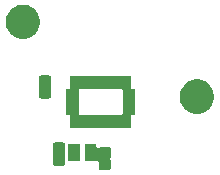
<source format=gbr>
G04 #@! TF.GenerationSoftware,KiCad,Pcbnew,5.0.1-33cea8e~67~ubuntu16.04.1*
G04 #@! TF.CreationDate,2018-10-18T10:52:16-04:00*
G04 #@! TF.ProjectId,IMU Breakout,494D5520427265616B6F75742E6B6963,rev?*
G04 #@! TF.SameCoordinates,Original*
G04 #@! TF.FileFunction,Soldermask,Bot*
G04 #@! TF.FilePolarity,Negative*
%FSLAX46Y46*%
G04 Gerber Fmt 4.6, Leading zero omitted, Abs format (unit mm)*
G04 Created by KiCad (PCBNEW 5.0.1-33cea8e~67~ubuntu16.04.1) date Thu 18 Oct 2018 10:52:16 AM EDT*
%MOMM*%
%LPD*%
G01*
G04 APERTURE LIST*
%ADD10C,0.100000*%
G04 APERTURE END LIST*
D10*
G36*
X9644000Y-13801264D02*
X9646402Y-13825650D01*
X9653515Y-13849099D01*
X9665066Y-13870710D01*
X9680612Y-13889652D01*
X9699554Y-13905198D01*
X9721165Y-13916749D01*
X9744614Y-13923862D01*
X9769000Y-13926264D01*
X9793386Y-13923862D01*
X9816835Y-13916749D01*
X9838446Y-13905198D01*
X9865626Y-13880564D01*
X9874613Y-13869613D01*
X9902559Y-13846678D01*
X9934432Y-13829642D01*
X9969026Y-13819148D01*
X10011141Y-13815000D01*
X10668859Y-13815000D01*
X10710974Y-13819148D01*
X10745568Y-13829642D01*
X10777441Y-13846678D01*
X10805387Y-13869613D01*
X10828322Y-13897559D01*
X10845358Y-13929432D01*
X10855852Y-13964026D01*
X10860000Y-14006141D01*
X10860000Y-14613859D01*
X10855852Y-14655974D01*
X10845358Y-14690568D01*
X10824213Y-14730128D01*
X10820243Y-14736069D01*
X10810864Y-14758708D01*
X10806083Y-14782741D01*
X10806081Y-14807245D01*
X10810860Y-14831279D01*
X10820237Y-14853918D01*
X10824205Y-14859858D01*
X10845358Y-14899432D01*
X10855852Y-14934026D01*
X10860000Y-14976141D01*
X10860000Y-15583859D01*
X10855852Y-15625974D01*
X10845358Y-15660568D01*
X10828322Y-15692441D01*
X10805387Y-15720387D01*
X10777441Y-15743322D01*
X10745568Y-15760358D01*
X10710974Y-15770852D01*
X10668859Y-15775000D01*
X10011141Y-15775000D01*
X9969026Y-15770852D01*
X9934432Y-15760358D01*
X9902559Y-15743322D01*
X9874613Y-15720387D01*
X9851678Y-15692441D01*
X9834642Y-15660568D01*
X9824148Y-15625974D01*
X9820000Y-15583859D01*
X9820000Y-15141000D01*
X9817598Y-15116614D01*
X9810485Y-15093165D01*
X9798934Y-15071554D01*
X9783388Y-15052612D01*
X9764446Y-15037066D01*
X9742835Y-15025515D01*
X9719386Y-15018402D01*
X9695000Y-15016000D01*
X8644000Y-15016000D01*
X8644000Y-13516000D01*
X9644000Y-13516000D01*
X9644000Y-13801264D01*
X9644000Y-13801264D01*
G37*
G36*
X6840974Y-13424148D02*
X6875568Y-13434642D01*
X6907441Y-13451678D01*
X6935387Y-13474613D01*
X6958322Y-13502559D01*
X6975358Y-13534432D01*
X6985852Y-13569026D01*
X6990000Y-13611141D01*
X6990000Y-14218859D01*
X6985852Y-14260974D01*
X6975358Y-14295568D01*
X6954213Y-14335128D01*
X6950243Y-14341069D01*
X6940864Y-14363708D01*
X6936083Y-14387741D01*
X6936081Y-14412245D01*
X6940860Y-14436279D01*
X6950237Y-14458918D01*
X6954205Y-14464858D01*
X6975358Y-14504432D01*
X6985852Y-14539026D01*
X6990000Y-14581141D01*
X6990000Y-15188859D01*
X6985852Y-15230974D01*
X6975358Y-15265568D01*
X6958322Y-15297441D01*
X6935387Y-15325387D01*
X6907441Y-15348322D01*
X6875568Y-15365358D01*
X6840974Y-15375852D01*
X6798859Y-15380000D01*
X6141141Y-15380000D01*
X6099026Y-15375852D01*
X6064432Y-15365358D01*
X6032559Y-15348322D01*
X6004613Y-15325387D01*
X5981678Y-15297441D01*
X5964642Y-15265568D01*
X5954148Y-15230974D01*
X5950000Y-15188859D01*
X5950000Y-14581141D01*
X5954148Y-14539026D01*
X5964642Y-14504432D01*
X5985787Y-14464872D01*
X5989757Y-14458931D01*
X5999136Y-14436292D01*
X6003917Y-14412259D01*
X6003919Y-14387755D01*
X5999140Y-14363721D01*
X5989763Y-14341082D01*
X5985795Y-14335142D01*
X5964642Y-14295568D01*
X5954148Y-14260974D01*
X5950000Y-14218859D01*
X5950000Y-13611141D01*
X5954148Y-13569026D01*
X5964642Y-13534432D01*
X5981678Y-13502559D01*
X6004613Y-13474613D01*
X6032559Y-13451678D01*
X6064432Y-13434642D01*
X6099026Y-13424148D01*
X6141141Y-13420000D01*
X6798859Y-13420000D01*
X6840974Y-13424148D01*
X6840974Y-13424148D01*
G37*
G36*
X8244000Y-15016000D02*
X7244000Y-15016000D01*
X7244000Y-13516000D01*
X8244000Y-13516000D01*
X8244000Y-15016000D01*
X8244000Y-15016000D01*
G37*
G36*
X12577000Y-8798000D02*
X12579402Y-8822386D01*
X12586515Y-8845835D01*
X12598066Y-8867446D01*
X12613612Y-8886388D01*
X12632554Y-8901934D01*
X12654165Y-8913485D01*
X12677614Y-8920598D01*
X12702000Y-8923000D01*
X12925000Y-8923000D01*
X12925000Y-11077000D01*
X12702000Y-11077000D01*
X12677614Y-11079402D01*
X12654165Y-11086515D01*
X12632554Y-11098066D01*
X12613612Y-11113612D01*
X12598066Y-11132554D01*
X12586515Y-11154165D01*
X12579402Y-11177614D01*
X12577000Y-11202000D01*
X12577000Y-12200000D01*
X7423000Y-12200000D01*
X7423000Y-11202000D01*
X7420598Y-11177614D01*
X7413485Y-11154165D01*
X7401934Y-11132554D01*
X7386388Y-11113612D01*
X7367446Y-11098066D01*
X7345835Y-11086515D01*
X7322386Y-11079402D01*
X7298000Y-11077000D01*
X7075000Y-11077000D01*
X7075000Y-9000000D01*
X8150000Y-9000000D01*
X8150000Y-11000000D01*
X8152402Y-11024386D01*
X8159515Y-11047835D01*
X8171066Y-11069446D01*
X8186612Y-11088388D01*
X8205554Y-11103934D01*
X8227165Y-11115485D01*
X8250614Y-11122598D01*
X8275000Y-11125000D01*
X11725000Y-11125000D01*
X11749386Y-11122598D01*
X11772835Y-11115485D01*
X11794446Y-11103934D01*
X11813388Y-11088388D01*
X11828934Y-11069446D01*
X11840485Y-11047835D01*
X11847598Y-11024386D01*
X11850000Y-11000000D01*
X11850000Y-9000000D01*
X11847598Y-8975614D01*
X11840485Y-8952165D01*
X11828934Y-8930554D01*
X11813388Y-8911612D01*
X11794446Y-8896066D01*
X11772835Y-8884515D01*
X11749386Y-8877402D01*
X11725000Y-8875000D01*
X8275000Y-8875000D01*
X8250614Y-8877402D01*
X8227165Y-8884515D01*
X8205554Y-8896066D01*
X8186612Y-8911612D01*
X8171066Y-8930554D01*
X8159515Y-8952165D01*
X8152402Y-8975614D01*
X8150000Y-9000000D01*
X7075000Y-9000000D01*
X7075000Y-8923000D01*
X7298000Y-8923000D01*
X7322386Y-8920598D01*
X7345835Y-8913485D01*
X7367446Y-8901934D01*
X7386388Y-8886388D01*
X7401934Y-8867446D01*
X7413485Y-8845835D01*
X7420598Y-8822386D01*
X7423000Y-8798000D01*
X7423000Y-7800000D01*
X12577000Y-7800000D01*
X12577000Y-8798000D01*
X12577000Y-8798000D01*
G37*
G36*
X18572947Y-8145722D02*
X18836833Y-8255027D01*
X19074324Y-8413713D01*
X19276287Y-8615676D01*
X19434973Y-8853167D01*
X19544278Y-9117053D01*
X19600000Y-9397186D01*
X19600000Y-9682814D01*
X19544278Y-9962947D01*
X19434973Y-10226833D01*
X19276287Y-10464324D01*
X19074324Y-10666287D01*
X18836833Y-10824973D01*
X18572947Y-10934278D01*
X18292814Y-10990000D01*
X18007186Y-10990000D01*
X17727053Y-10934278D01*
X17463167Y-10824973D01*
X17225676Y-10666287D01*
X17023713Y-10464324D01*
X16865027Y-10226833D01*
X16755722Y-9962947D01*
X16700000Y-9682814D01*
X16700000Y-9397186D01*
X16755722Y-9117053D01*
X16865027Y-8853167D01*
X17023713Y-8615676D01*
X17225676Y-8413713D01*
X17463167Y-8255027D01*
X17727053Y-8145722D01*
X18007186Y-8090000D01*
X18292814Y-8090000D01*
X18572947Y-8145722D01*
X18572947Y-8145722D01*
G37*
G36*
X5660974Y-7749148D02*
X5695568Y-7759642D01*
X5727441Y-7776678D01*
X5755387Y-7799613D01*
X5778322Y-7827559D01*
X5795358Y-7859432D01*
X5805852Y-7894026D01*
X5810000Y-7936141D01*
X5810000Y-8543859D01*
X5805852Y-8585974D01*
X5795358Y-8620568D01*
X5774213Y-8660128D01*
X5770243Y-8666069D01*
X5760864Y-8688708D01*
X5756083Y-8712741D01*
X5756081Y-8737245D01*
X5760860Y-8761279D01*
X5770237Y-8783918D01*
X5774205Y-8789858D01*
X5795358Y-8829432D01*
X5805852Y-8864026D01*
X5810000Y-8906141D01*
X5810000Y-9513859D01*
X5805852Y-9555974D01*
X5795358Y-9590568D01*
X5778322Y-9622441D01*
X5755387Y-9650387D01*
X5727441Y-9673322D01*
X5695568Y-9690358D01*
X5660974Y-9700852D01*
X5618859Y-9705000D01*
X4961141Y-9705000D01*
X4919026Y-9700852D01*
X4884432Y-9690358D01*
X4852559Y-9673322D01*
X4824613Y-9650387D01*
X4801678Y-9622441D01*
X4784642Y-9590568D01*
X4774148Y-9555974D01*
X4770000Y-9513859D01*
X4770000Y-8906141D01*
X4774148Y-8864026D01*
X4784642Y-8829432D01*
X4805787Y-8789872D01*
X4809757Y-8783931D01*
X4819136Y-8761292D01*
X4823917Y-8737259D01*
X4823919Y-8712755D01*
X4819140Y-8688721D01*
X4809763Y-8666082D01*
X4805795Y-8660142D01*
X4784642Y-8620568D01*
X4774148Y-8585974D01*
X4770000Y-8543859D01*
X4770000Y-7936141D01*
X4774148Y-7894026D01*
X4784642Y-7859432D01*
X4801678Y-7827559D01*
X4824613Y-7799613D01*
X4852559Y-7776678D01*
X4884432Y-7759642D01*
X4919026Y-7749148D01*
X4961141Y-7745000D01*
X5618859Y-7745000D01*
X5660974Y-7749148D01*
X5660974Y-7749148D01*
G37*
G36*
X3842947Y-1805722D02*
X4106833Y-1915027D01*
X4344324Y-2073713D01*
X4546287Y-2275676D01*
X4704973Y-2513167D01*
X4814278Y-2777053D01*
X4870000Y-3057186D01*
X4870000Y-3342814D01*
X4814278Y-3622947D01*
X4704973Y-3886833D01*
X4546287Y-4124324D01*
X4344324Y-4326287D01*
X4106833Y-4484973D01*
X3842947Y-4594278D01*
X3562814Y-4650000D01*
X3277186Y-4650000D01*
X2997053Y-4594278D01*
X2733167Y-4484973D01*
X2495676Y-4326287D01*
X2293713Y-4124324D01*
X2135027Y-3886833D01*
X2025722Y-3622947D01*
X1970000Y-3342814D01*
X1970000Y-3057186D01*
X2025722Y-2777053D01*
X2135027Y-2513167D01*
X2293713Y-2275676D01*
X2495676Y-2073713D01*
X2733167Y-1915027D01*
X2997053Y-1805722D01*
X3277186Y-1750000D01*
X3562814Y-1750000D01*
X3842947Y-1805722D01*
X3842947Y-1805722D01*
G37*
M02*

</source>
